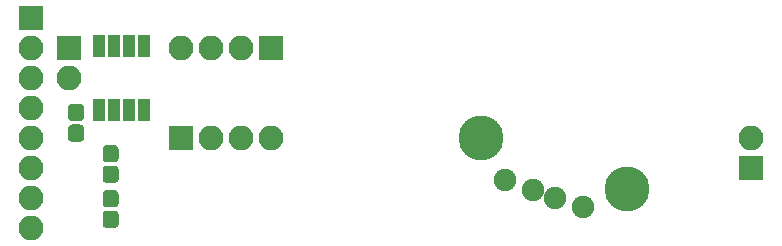
<source format=gts>
G04 #@! TF.GenerationSoftware,KiCad,Pcbnew,(5.0.0-rc2-178-g3c7b91b96)*
G04 #@! TF.CreationDate,2018-08-09T18:01:17+02:00*
G04 #@! TF.ProjectId,pcb3,706362332E6B696361645F7063620000,rev?*
G04 #@! TF.SameCoordinates,Original*
G04 #@! TF.FileFunction,Soldermask,Top*
G04 #@! TF.FilePolarity,Negative*
%FSLAX46Y46*%
G04 Gerber Fmt 4.6, Leading zero omitted, Abs format (unit mm)*
G04 Created by KiCad (PCBNEW (5.0.0-rc2-178-g3c7b91b96)) date 08/09/18 18:01:17*
%MOMM*%
%LPD*%
G01*
G04 APERTURE LIST*
%ADD10R,2.100000X2.100000*%
%ADD11O,2.100000X2.100000*%
%ADD12C,3.800000*%
%ADD13C,1.900000*%
%ADD14C,0.100000*%
%ADD15C,1.350000*%
%ADD16R,1.000000X1.950000*%
G04 APERTURE END LIST*
D10*
G04 #@! TO.C,J5*
X170180000Y-77470000D03*
D11*
X170180000Y-74930000D03*
G04 #@! TD*
D12*
G04 #@! TO.C,J6*
X147293966Y-74987059D03*
X159718080Y-79265025D03*
D13*
X149314418Y-78548910D03*
X151678215Y-79362829D03*
X153569252Y-80013966D03*
X155933049Y-80827886D03*
G04 #@! TD*
D14*
G04 #@! TO.C,C1*
G36*
X113400581Y-72061625D02*
X113433343Y-72066485D01*
X113465471Y-72074533D01*
X113496656Y-72085691D01*
X113526596Y-72099852D01*
X113555005Y-72116879D01*
X113581608Y-72136609D01*
X113606149Y-72158851D01*
X113628391Y-72183392D01*
X113648121Y-72209995D01*
X113665148Y-72238404D01*
X113679309Y-72268344D01*
X113690467Y-72299529D01*
X113698515Y-72331657D01*
X113703375Y-72364419D01*
X113705000Y-72397500D01*
X113705000Y-73172500D01*
X113703375Y-73205581D01*
X113698515Y-73238343D01*
X113690467Y-73270471D01*
X113679309Y-73301656D01*
X113665148Y-73331596D01*
X113648121Y-73360005D01*
X113628391Y-73386608D01*
X113606149Y-73411149D01*
X113581608Y-73433391D01*
X113555005Y-73453121D01*
X113526596Y-73470148D01*
X113496656Y-73484309D01*
X113465471Y-73495467D01*
X113433343Y-73503515D01*
X113400581Y-73508375D01*
X113367500Y-73510000D01*
X112692500Y-73510000D01*
X112659419Y-73508375D01*
X112626657Y-73503515D01*
X112594529Y-73495467D01*
X112563344Y-73484309D01*
X112533404Y-73470148D01*
X112504995Y-73453121D01*
X112478392Y-73433391D01*
X112453851Y-73411149D01*
X112431609Y-73386608D01*
X112411879Y-73360005D01*
X112394852Y-73331596D01*
X112380691Y-73301656D01*
X112369533Y-73270471D01*
X112361485Y-73238343D01*
X112356625Y-73205581D01*
X112355000Y-73172500D01*
X112355000Y-72397500D01*
X112356625Y-72364419D01*
X112361485Y-72331657D01*
X112369533Y-72299529D01*
X112380691Y-72268344D01*
X112394852Y-72238404D01*
X112411879Y-72209995D01*
X112431609Y-72183392D01*
X112453851Y-72158851D01*
X112478392Y-72136609D01*
X112504995Y-72116879D01*
X112533404Y-72099852D01*
X112563344Y-72085691D01*
X112594529Y-72074533D01*
X112626657Y-72066485D01*
X112659419Y-72061625D01*
X112692500Y-72060000D01*
X113367500Y-72060000D01*
X113400581Y-72061625D01*
X113400581Y-72061625D01*
G37*
D15*
X113030000Y-72785000D03*
D14*
G36*
X113400581Y-73811625D02*
X113433343Y-73816485D01*
X113465471Y-73824533D01*
X113496656Y-73835691D01*
X113526596Y-73849852D01*
X113555005Y-73866879D01*
X113581608Y-73886609D01*
X113606149Y-73908851D01*
X113628391Y-73933392D01*
X113648121Y-73959995D01*
X113665148Y-73988404D01*
X113679309Y-74018344D01*
X113690467Y-74049529D01*
X113698515Y-74081657D01*
X113703375Y-74114419D01*
X113705000Y-74147500D01*
X113705000Y-74922500D01*
X113703375Y-74955581D01*
X113698515Y-74988343D01*
X113690467Y-75020471D01*
X113679309Y-75051656D01*
X113665148Y-75081596D01*
X113648121Y-75110005D01*
X113628391Y-75136608D01*
X113606149Y-75161149D01*
X113581608Y-75183391D01*
X113555005Y-75203121D01*
X113526596Y-75220148D01*
X113496656Y-75234309D01*
X113465471Y-75245467D01*
X113433343Y-75253515D01*
X113400581Y-75258375D01*
X113367500Y-75260000D01*
X112692500Y-75260000D01*
X112659419Y-75258375D01*
X112626657Y-75253515D01*
X112594529Y-75245467D01*
X112563344Y-75234309D01*
X112533404Y-75220148D01*
X112504995Y-75203121D01*
X112478392Y-75183391D01*
X112453851Y-75161149D01*
X112431609Y-75136608D01*
X112411879Y-75110005D01*
X112394852Y-75081596D01*
X112380691Y-75051656D01*
X112369533Y-75020471D01*
X112361485Y-74988343D01*
X112356625Y-74955581D01*
X112355000Y-74922500D01*
X112355000Y-74147500D01*
X112356625Y-74114419D01*
X112361485Y-74081657D01*
X112369533Y-74049529D01*
X112380691Y-74018344D01*
X112394852Y-73988404D01*
X112411879Y-73959995D01*
X112431609Y-73933392D01*
X112453851Y-73908851D01*
X112478392Y-73886609D01*
X112504995Y-73866879D01*
X112533404Y-73849852D01*
X112563344Y-73835691D01*
X112594529Y-73824533D01*
X112626657Y-73816485D01*
X112659419Y-73811625D01*
X112692500Y-73810000D01*
X113367500Y-73810000D01*
X113400581Y-73811625D01*
X113400581Y-73811625D01*
G37*
D15*
X113030000Y-74535000D03*
G04 #@! TD*
D10*
G04 #@! TO.C,J4*
X112395000Y-67310000D03*
D11*
X112395000Y-69850000D03*
G04 #@! TD*
D16*
G04 #@! TO.C,U1*
X114935000Y-72550000D03*
X116205000Y-72550000D03*
X117475000Y-72550000D03*
X118745000Y-72550000D03*
X118745000Y-67150000D03*
X117475000Y-67150000D03*
X116205000Y-67150000D03*
X114935000Y-67150000D03*
G04 #@! TD*
D10*
G04 #@! TO.C,J2*
X129540000Y-67310000D03*
D11*
X127000000Y-67310000D03*
X124460000Y-67310000D03*
X121920000Y-67310000D03*
G04 #@! TD*
D10*
G04 #@! TO.C,J3*
X121920000Y-74930000D03*
D11*
X124460000Y-74930000D03*
X127000000Y-74930000D03*
X129540000Y-74930000D03*
G04 #@! TD*
D10*
G04 #@! TO.C,J1*
X109220000Y-64770000D03*
D11*
X109220000Y-67310000D03*
X109220000Y-69850000D03*
X109220000Y-72390000D03*
X109220000Y-74930000D03*
X109220000Y-77470000D03*
X109220000Y-80010000D03*
X109220000Y-82550000D03*
G04 #@! TD*
D14*
G04 #@! TO.C,R2*
G36*
X116323811Y-75553484D02*
X116356573Y-75558344D01*
X116388701Y-75566392D01*
X116419886Y-75577550D01*
X116449826Y-75591711D01*
X116478235Y-75608738D01*
X116504838Y-75628468D01*
X116529379Y-75650710D01*
X116551621Y-75675251D01*
X116571351Y-75701854D01*
X116588378Y-75730263D01*
X116602539Y-75760203D01*
X116613697Y-75791388D01*
X116621745Y-75823516D01*
X116626605Y-75856278D01*
X116628230Y-75889359D01*
X116628230Y-76664359D01*
X116626605Y-76697440D01*
X116621745Y-76730202D01*
X116613697Y-76762330D01*
X116602539Y-76793515D01*
X116588378Y-76823455D01*
X116571351Y-76851864D01*
X116551621Y-76878467D01*
X116529379Y-76903008D01*
X116504838Y-76925250D01*
X116478235Y-76944980D01*
X116449826Y-76962007D01*
X116419886Y-76976168D01*
X116388701Y-76987326D01*
X116356573Y-76995374D01*
X116323811Y-77000234D01*
X116290730Y-77001859D01*
X115615730Y-77001859D01*
X115582649Y-77000234D01*
X115549887Y-76995374D01*
X115517759Y-76987326D01*
X115486574Y-76976168D01*
X115456634Y-76962007D01*
X115428225Y-76944980D01*
X115401622Y-76925250D01*
X115377081Y-76903008D01*
X115354839Y-76878467D01*
X115335109Y-76851864D01*
X115318082Y-76823455D01*
X115303921Y-76793515D01*
X115292763Y-76762330D01*
X115284715Y-76730202D01*
X115279855Y-76697440D01*
X115278230Y-76664359D01*
X115278230Y-75889359D01*
X115279855Y-75856278D01*
X115284715Y-75823516D01*
X115292763Y-75791388D01*
X115303921Y-75760203D01*
X115318082Y-75730263D01*
X115335109Y-75701854D01*
X115354839Y-75675251D01*
X115377081Y-75650710D01*
X115401622Y-75628468D01*
X115428225Y-75608738D01*
X115456634Y-75591711D01*
X115486574Y-75577550D01*
X115517759Y-75566392D01*
X115549887Y-75558344D01*
X115582649Y-75553484D01*
X115615730Y-75551859D01*
X116290730Y-75551859D01*
X116323811Y-75553484D01*
X116323811Y-75553484D01*
G37*
D15*
X115953230Y-76276859D03*
D14*
G36*
X116323811Y-77303484D02*
X116356573Y-77308344D01*
X116388701Y-77316392D01*
X116419886Y-77327550D01*
X116449826Y-77341711D01*
X116478235Y-77358738D01*
X116504838Y-77378468D01*
X116529379Y-77400710D01*
X116551621Y-77425251D01*
X116571351Y-77451854D01*
X116588378Y-77480263D01*
X116602539Y-77510203D01*
X116613697Y-77541388D01*
X116621745Y-77573516D01*
X116626605Y-77606278D01*
X116628230Y-77639359D01*
X116628230Y-78414359D01*
X116626605Y-78447440D01*
X116621745Y-78480202D01*
X116613697Y-78512330D01*
X116602539Y-78543515D01*
X116588378Y-78573455D01*
X116571351Y-78601864D01*
X116551621Y-78628467D01*
X116529379Y-78653008D01*
X116504838Y-78675250D01*
X116478235Y-78694980D01*
X116449826Y-78712007D01*
X116419886Y-78726168D01*
X116388701Y-78737326D01*
X116356573Y-78745374D01*
X116323811Y-78750234D01*
X116290730Y-78751859D01*
X115615730Y-78751859D01*
X115582649Y-78750234D01*
X115549887Y-78745374D01*
X115517759Y-78737326D01*
X115486574Y-78726168D01*
X115456634Y-78712007D01*
X115428225Y-78694980D01*
X115401622Y-78675250D01*
X115377081Y-78653008D01*
X115354839Y-78628467D01*
X115335109Y-78601864D01*
X115318082Y-78573455D01*
X115303921Y-78543515D01*
X115292763Y-78512330D01*
X115284715Y-78480202D01*
X115279855Y-78447440D01*
X115278230Y-78414359D01*
X115278230Y-77639359D01*
X115279855Y-77606278D01*
X115284715Y-77573516D01*
X115292763Y-77541388D01*
X115303921Y-77510203D01*
X115318082Y-77480263D01*
X115335109Y-77451854D01*
X115354839Y-77425251D01*
X115377081Y-77400710D01*
X115401622Y-77378468D01*
X115428225Y-77358738D01*
X115456634Y-77341711D01*
X115486574Y-77327550D01*
X115517759Y-77316392D01*
X115549887Y-77308344D01*
X115582649Y-77303484D01*
X115615730Y-77301859D01*
X116290730Y-77301859D01*
X116323811Y-77303484D01*
X116323811Y-77303484D01*
G37*
D15*
X115953230Y-78026859D03*
G04 #@! TD*
D14*
G04 #@! TO.C,R1*
G36*
X116323811Y-79363484D02*
X116356573Y-79368344D01*
X116388701Y-79376392D01*
X116419886Y-79387550D01*
X116449826Y-79401711D01*
X116478235Y-79418738D01*
X116504838Y-79438468D01*
X116529379Y-79460710D01*
X116551621Y-79485251D01*
X116571351Y-79511854D01*
X116588378Y-79540263D01*
X116602539Y-79570203D01*
X116613697Y-79601388D01*
X116621745Y-79633516D01*
X116626605Y-79666278D01*
X116628230Y-79699359D01*
X116628230Y-80474359D01*
X116626605Y-80507440D01*
X116621745Y-80540202D01*
X116613697Y-80572330D01*
X116602539Y-80603515D01*
X116588378Y-80633455D01*
X116571351Y-80661864D01*
X116551621Y-80688467D01*
X116529379Y-80713008D01*
X116504838Y-80735250D01*
X116478235Y-80754980D01*
X116449826Y-80772007D01*
X116419886Y-80786168D01*
X116388701Y-80797326D01*
X116356573Y-80805374D01*
X116323811Y-80810234D01*
X116290730Y-80811859D01*
X115615730Y-80811859D01*
X115582649Y-80810234D01*
X115549887Y-80805374D01*
X115517759Y-80797326D01*
X115486574Y-80786168D01*
X115456634Y-80772007D01*
X115428225Y-80754980D01*
X115401622Y-80735250D01*
X115377081Y-80713008D01*
X115354839Y-80688467D01*
X115335109Y-80661864D01*
X115318082Y-80633455D01*
X115303921Y-80603515D01*
X115292763Y-80572330D01*
X115284715Y-80540202D01*
X115279855Y-80507440D01*
X115278230Y-80474359D01*
X115278230Y-79699359D01*
X115279855Y-79666278D01*
X115284715Y-79633516D01*
X115292763Y-79601388D01*
X115303921Y-79570203D01*
X115318082Y-79540263D01*
X115335109Y-79511854D01*
X115354839Y-79485251D01*
X115377081Y-79460710D01*
X115401622Y-79438468D01*
X115428225Y-79418738D01*
X115456634Y-79401711D01*
X115486574Y-79387550D01*
X115517759Y-79376392D01*
X115549887Y-79368344D01*
X115582649Y-79363484D01*
X115615730Y-79361859D01*
X116290730Y-79361859D01*
X116323811Y-79363484D01*
X116323811Y-79363484D01*
G37*
D15*
X115953230Y-80086859D03*
D14*
G36*
X116323811Y-81113484D02*
X116356573Y-81118344D01*
X116388701Y-81126392D01*
X116419886Y-81137550D01*
X116449826Y-81151711D01*
X116478235Y-81168738D01*
X116504838Y-81188468D01*
X116529379Y-81210710D01*
X116551621Y-81235251D01*
X116571351Y-81261854D01*
X116588378Y-81290263D01*
X116602539Y-81320203D01*
X116613697Y-81351388D01*
X116621745Y-81383516D01*
X116626605Y-81416278D01*
X116628230Y-81449359D01*
X116628230Y-82224359D01*
X116626605Y-82257440D01*
X116621745Y-82290202D01*
X116613697Y-82322330D01*
X116602539Y-82353515D01*
X116588378Y-82383455D01*
X116571351Y-82411864D01*
X116551621Y-82438467D01*
X116529379Y-82463008D01*
X116504838Y-82485250D01*
X116478235Y-82504980D01*
X116449826Y-82522007D01*
X116419886Y-82536168D01*
X116388701Y-82547326D01*
X116356573Y-82555374D01*
X116323811Y-82560234D01*
X116290730Y-82561859D01*
X115615730Y-82561859D01*
X115582649Y-82560234D01*
X115549887Y-82555374D01*
X115517759Y-82547326D01*
X115486574Y-82536168D01*
X115456634Y-82522007D01*
X115428225Y-82504980D01*
X115401622Y-82485250D01*
X115377081Y-82463008D01*
X115354839Y-82438467D01*
X115335109Y-82411864D01*
X115318082Y-82383455D01*
X115303921Y-82353515D01*
X115292763Y-82322330D01*
X115284715Y-82290202D01*
X115279855Y-82257440D01*
X115278230Y-82224359D01*
X115278230Y-81449359D01*
X115279855Y-81416278D01*
X115284715Y-81383516D01*
X115292763Y-81351388D01*
X115303921Y-81320203D01*
X115318082Y-81290263D01*
X115335109Y-81261854D01*
X115354839Y-81235251D01*
X115377081Y-81210710D01*
X115401622Y-81188468D01*
X115428225Y-81168738D01*
X115456634Y-81151711D01*
X115486574Y-81137550D01*
X115517759Y-81126392D01*
X115549887Y-81118344D01*
X115582649Y-81113484D01*
X115615730Y-81111859D01*
X116290730Y-81111859D01*
X116323811Y-81113484D01*
X116323811Y-81113484D01*
G37*
D15*
X115953230Y-81836859D03*
G04 #@! TD*
M02*

</source>
